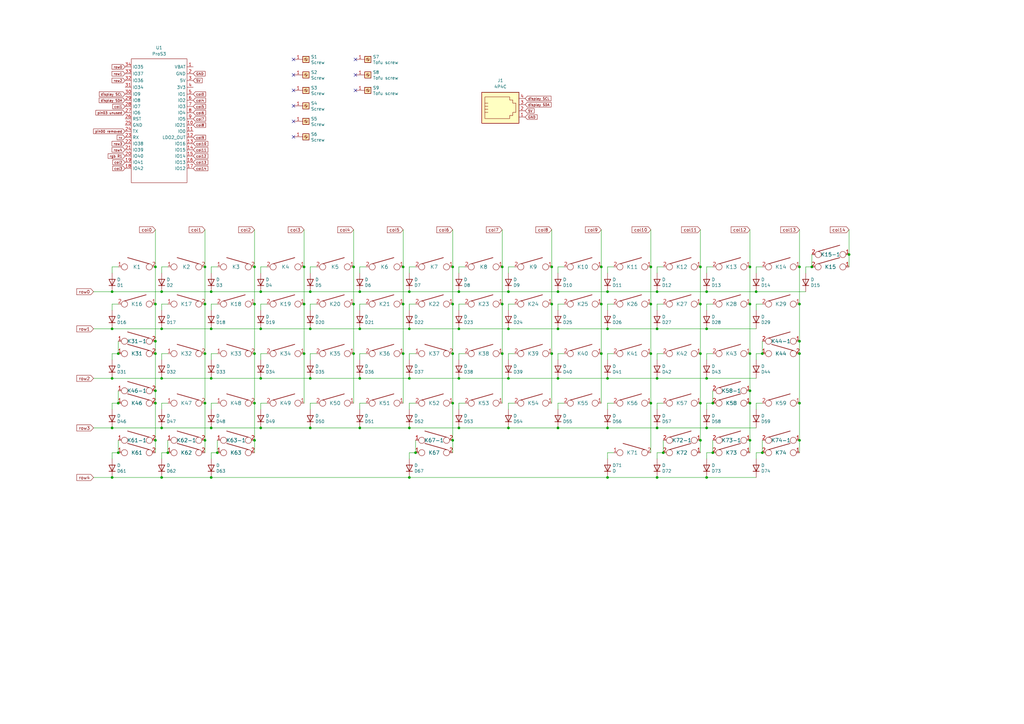
<source format=kicad_sch>
(kicad_sch (version 20211123) (generator eeschema)
  (paper "A3")
  (junction (at 86.614 134.874))
  (junction (at 185.674 124.714))
  (junction (at 287.274 109.474))
  (junction (at 226.314 145.034))
  (junction (at 266.954 165.354))
  (junction (at 292.354 165.354))
  (junction (at 327.914 139.954))
  (junction (at 312.674 185.674))
  (junction (at 167.894 175.514))
  (junction (at 84.074 165.354))
  (junction (at 165.354 124.714))
  (junction (at 249.174 119.634))
  (junction (at 86.614 155.194))
  (junction (at 269.494 134.874))
  (junction (at 327.914 109.474))
  (junction (at 287.274 180.594))
  (junction (at 45.974 195.834))
  (junction (at 127.254 155.194))
  (junction (at 307.594 160.274))
  (junction (at 266.954 109.474))
  (junction (at 185.674 145.034))
  (junction (at 332.994 109.474))
  (junction (at 86.614 119.634))
  (junction (at 312.674 145.034))
  (junction (at 269.494 155.194))
  (junction (at 167.894 119.634))
  (junction (at 124.714 124.714))
  (junction (at 269.494 175.514))
  (junction (at 327.914 145.034))
  (junction (at 106.934 119.634))
  (junction (at 185.674 109.474))
  (junction (at 104.394 165.354))
  (junction (at 66.294 155.194))
  (junction (at 165.354 109.474))
  (junction (at 124.714 145.034))
  (junction (at 63.754 124.714))
  (junction (at 246.634 124.714))
  (junction (at 327.914 124.714))
  (junction (at 188.214 155.194))
  (junction (at 289.814 119.634))
  (junction (at 228.854 155.194))
  (junction (at 266.954 124.714))
  (junction (at 104.394 145.034))
  (junction (at 249.174 195.834))
  (junction (at 63.754 139.954))
  (junction (at 147.574 134.874))
  (junction (at 48.514 165.354))
  (junction (at 127.254 175.514))
  (junction (at 289.814 155.194))
  (junction (at 266.954 145.034))
  (junction (at 48.514 185.674))
  (junction (at 66.294 134.874))
  (junction (at 205.994 145.034))
  (junction (at 68.834 185.674))
  (junction (at 208.534 134.874))
  (junction (at 188.214 119.634))
  (junction (at 205.994 109.474))
  (junction (at 246.634 109.474))
  (junction (at 63.754 160.274))
  (junction (at 167.894 134.874))
  (junction (at 45.974 134.874))
  (junction (at 66.294 175.514))
  (junction (at 185.674 180.594))
  (junction (at 63.754 145.034))
  (junction (at 63.754 109.474))
  (junction (at 127.254 119.634))
  (junction (at 167.894 155.194))
  (junction (at 208.534 119.634))
  (junction (at 48.514 145.034))
  (junction (at 228.854 119.634))
  (junction (at 104.394 109.474))
  (junction (at 63.754 165.354))
  (junction (at 246.634 145.034))
  (junction (at 188.214 134.874))
  (junction (at 287.274 165.354))
  (junction (at 289.814 175.514))
  (junction (at 226.314 124.714))
  (junction (at 106.934 155.194))
  (junction (at 205.994 124.714))
  (junction (at 289.814 195.834))
  (junction (at 307.594 109.474))
  (junction (at 208.534 175.514))
  (junction (at 185.674 165.354))
  (junction (at 307.594 165.354))
  (junction (at 327.914 180.594))
  (junction (at 307.594 180.594))
  (junction (at 84.074 145.034))
  (junction (at 45.974 175.514))
  (junction (at 228.854 175.514))
  (junction (at 226.314 109.474))
  (junction (at 45.974 155.194))
  (junction (at 145.034 145.034))
  (junction (at 249.174 155.194))
  (junction (at 170.434 185.674))
  (junction (at 292.354 185.674))
  (junction (at 289.814 134.874))
  (junction (at 84.074 124.714))
  (junction (at 188.214 175.514))
  (junction (at 147.574 175.514))
  (junction (at 124.714 109.474))
  (junction (at 307.594 145.034))
  (junction (at 147.574 155.194))
  (junction (at 287.274 124.714))
  (junction (at 269.494 195.834))
  (junction (at 249.174 134.874))
  (junction (at 310.134 119.634))
  (junction (at 307.594 124.714))
  (junction (at 208.534 155.194))
  (junction (at 89.154 185.674))
  (junction (at 127.254 134.874))
  (junction (at 272.034 185.674))
  (junction (at 104.394 124.714))
  (junction (at 104.394 180.594))
  (junction (at 145.034 109.474))
  (junction (at 86.614 195.834))
  (junction (at 348.234 104.394))
  (junction (at 327.914 165.354))
  (junction (at 84.074 109.474))
  (junction (at 63.754 180.594))
  (junction (at 165.354 145.034))
  (junction (at 287.274 145.034))
  (junction (at 106.934 134.874))
  (junction (at 167.894 195.834))
  (junction (at 145.034 124.714))
  (junction (at 45.974 119.634))
  (junction (at 106.934 175.514))
  (junction (at 86.614 175.514))
  (junction (at 66.294 119.634))
  (junction (at 249.174 175.514))
  (junction (at 228.854 134.874))
  (junction (at 66.294 195.834))
  (junction (at 147.574 119.634))
  (junction (at 84.074 180.594))
  (junction (at 269.494 119.634))
  (no_connect (at 120.396 43.434))
  (no_connect (at 145.796 37.084))
  (no_connect (at 145.796 24.384))
  (no_connect (at 145.796 30.734))
  (no_connect (at 120.396 30.734))
  (no_connect (at 120.396 37.084))
  (no_connect (at 120.396 24.384))
  (no_connect (at 120.396 56.134))
  (no_connect (at 120.396 49.784))
  (wire (pts (xy 167.894 112.014) (xy 167.894 109.474)))
  (wire (pts (xy 45.974 112.014) (xy 45.974 109.474)))
  (wire (pts (xy 66.294 147.574) (xy 66.294 145.034)))
  (wire (pts (xy 310.134 109.474) (xy 312.674 109.474)))
  (wire (pts (xy 228.854 124.714) (xy 231.394 124.714)))
  (wire (pts (xy 165.354 124.714) (xy 165.354 145.034)))
  (wire (pts (xy 269.494 165.354) (xy 272.034 165.354)))
  (wire (pts (xy 167.894 195.834) (xy 86.614 195.834)))
  (wire (pts (xy 45.974 175.514) (xy 66.294 175.514)))
  (wire (pts (xy 208.534 112.014) (xy 208.534 109.474)))
  (wire (pts (xy 289.814 167.894) (xy 289.814 165.354)))
  (wire (pts (xy 63.754 109.474) (xy 63.754 124.714)))
  (wire (pts (xy 310.134 112.014) (xy 310.134 109.474)))
  (wire (pts (xy 106.934 127.254) (xy 106.934 124.714)))
  (wire (pts (xy 45.974 165.354) (xy 48.514 165.354)))
  (wire (pts (xy 249.174 185.674) (xy 251.714 185.674)))
  (wire (pts (xy 310.134 147.574) (xy 310.134 145.034)))
  (wire (pts (xy 38.354 175.514) (xy 45.974 175.514)))
  (wire (pts (xy 269.494 167.894) (xy 269.494 165.354)))
  (wire (pts (xy 167.894 124.714) (xy 170.434 124.714)))
  (wire (pts (xy 269.494 119.634) (xy 289.814 119.634)))
  (wire (pts (xy 106.934 155.194) (xy 86.614 155.194)))
  (wire (pts (xy 228.854 109.474) (xy 231.394 109.474)))
  (wire (pts (xy 167.894 127.254) (xy 167.894 124.714)))
  (wire (pts (xy 45.974 134.874) (xy 66.294 134.874)))
  (wire (pts (xy 185.674 145.034) (xy 185.674 124.714)))
  (wire (pts (xy 249.174 109.474) (xy 251.714 109.474)))
  (wire (pts (xy 63.754 139.954) (xy 63.754 145.034)))
  (wire (pts (xy 289.814 195.834) (xy 269.494 195.834)))
  (wire (pts (xy 45.974 185.674) (xy 48.514 185.674)))
  (wire (pts (xy 127.254 155.194) (xy 106.934 155.194)))
  (wire (pts (xy 104.394 145.034) (xy 104.394 165.354)))
  (wire (pts (xy 165.354 94.234) (xy 165.354 109.474)))
  (wire (pts (xy 147.574 155.194) (xy 127.254 155.194)))
  (wire (pts (xy 249.174 127.254) (xy 249.174 124.714)))
  (wire (pts (xy 289.814 124.714) (xy 292.354 124.714)))
  (wire (pts (xy 63.754 165.354) (xy 63.754 180.594)))
  (wire (pts (xy 272.034 185.674) (xy 272.034 180.594)))
  (wire (pts (xy 45.974 145.034) (xy 48.514 145.034)))
  (wire (pts (xy 63.754 180.594) (xy 63.754 185.674)))
  (wire (pts (xy 269.494 175.514) (xy 289.814 175.514)))
  (wire (pts (xy 106.934 124.714) (xy 109.474 124.714)))
  (wire (pts (xy 289.814 188.214) (xy 289.814 185.674)))
  (wire (pts (xy 167.894 155.194) (xy 147.574 155.194)))
  (wire (pts (xy 89.154 185.674) (xy 89.154 180.594)))
  (wire (pts (xy 226.314 165.354) (xy 226.314 145.034)))
  (wire (pts (xy 66.294 119.634) (xy 86.614 119.634)))
  (wire (pts (xy 246.634 94.234) (xy 246.634 109.474)))
  (wire (pts (xy 249.174 112.014) (xy 249.174 109.474)))
  (wire (pts (xy 86.614 145.034) (xy 89.154 145.034)))
  (wire (pts (xy 310.134 145.034) (xy 312.674 145.034)))
  (wire (pts (xy 266.954 165.354) (xy 266.954 145.034)))
  (wire (pts (xy 188.214 109.474) (xy 190.754 109.474)))
  (wire (pts (xy 327.914 165.354) (xy 327.914 180.594)))
  (wire (pts (xy 188.214 175.514) (xy 208.534 175.514)))
  (wire (pts (xy 63.754 145.034) (xy 63.754 160.274)))
  (wire (pts (xy 106.934 134.874) (xy 127.254 134.874)))
  (wire (pts (xy 249.174 145.034) (xy 251.714 145.034)))
  (wire (pts (xy 269.494 195.834) (xy 249.174 195.834)))
  (wire (pts (xy 66.294 109.474) (xy 68.834 109.474)))
  (wire (pts (xy 127.254 119.634) (xy 147.574 119.634)))
  (wire (pts (xy 330.454 112.014) (xy 330.454 109.474)))
  (wire (pts (xy 188.214 165.354) (xy 190.754 165.354)))
  (wire (pts (xy 249.174 124.714) (xy 251.714 124.714)))
  (wire (pts (xy 45.974 127.254) (xy 45.974 124.714)))
  (wire (pts (xy 205.994 124.714) (xy 205.994 145.034)))
  (wire (pts (xy 310.134 188.214) (xy 310.134 185.674)))
  (wire (pts (xy 289.814 134.874) (xy 310.134 134.874)))
  (wire (pts (xy 45.974 195.834) (xy 38.354 195.834)))
  (wire (pts (xy 84.074 165.354) (xy 84.074 145.034)))
  (wire (pts (xy 249.174 188.214) (xy 249.174 185.674)))
  (wire (pts (xy 307.594 165.354) (xy 307.594 160.274)))
  (wire (pts (xy 185.674 109.474) (xy 185.674 94.234)))
  (wire (pts (xy 127.254 124.714) (xy 129.794 124.714)))
  (wire (pts (xy 208.534 147.574) (xy 208.534 145.034)))
  (wire (pts (xy 45.974 147.574) (xy 45.974 145.034)))
  (wire (pts (xy 289.814 127.254) (xy 289.814 124.714)))
  (wire (pts (xy 269.494 127.254) (xy 269.494 124.714)))
  (wire (pts (xy 289.814 109.474) (xy 292.354 109.474)))
  (wire (pts (xy 45.974 119.634) (xy 66.294 119.634)))
  (wire (pts (xy 246.634 145.034) (xy 246.634 165.354)))
  (wire (pts (xy 66.294 155.194) (xy 45.974 155.194)))
  (wire (pts (xy 84.074 109.474) (xy 84.074 94.234)))
  (wire (pts (xy 147.574 134.874) (xy 167.894 134.874)))
  (wire (pts (xy 310.134 195.834) (xy 289.814 195.834)))
  (wire (pts (xy 208.534 145.034) (xy 211.074 145.034)))
  (wire (pts (xy 287.274 124.714) (xy 287.274 145.034)))
  (wire (pts (xy 68.834 185.674) (xy 68.834 180.594)))
  (wire (pts (xy 287.274 180.594) (xy 287.274 185.674)))
  (wire (pts (xy 228.854 127.254) (xy 228.854 124.714)))
  (wire (pts (xy 228.854 112.014) (xy 228.854 109.474)))
  (wire (pts (xy 127.254 145.034) (xy 129.794 145.034)))
  (wire (pts (xy 48.514 180.594) (xy 48.514 185.674)))
  (wire (pts (xy 249.174 155.194) (xy 228.854 155.194)))
  (wire (pts (xy 147.574 175.514) (xy 167.894 175.514)))
  (wire (pts (xy 205.994 109.474) (xy 205.994 124.714)))
  (wire (pts (xy 170.434 180.594) (xy 170.434 185.674)))
  (wire (pts (xy 208.534 155.194) (xy 188.214 155.194)))
  (wire (pts (xy 228.854 155.194) (xy 208.534 155.194)))
  (wire (pts (xy 249.174 147.574) (xy 249.174 145.034)))
  (wire (pts (xy 127.254 112.014) (xy 127.254 109.474)))
  (wire (pts (xy 307.594 109.474) (xy 307.594 94.234)))
  (wire (pts (xy 86.614 167.894) (xy 86.614 165.354)))
  (wire (pts (xy 45.974 109.474) (xy 48.514 109.474)))
  (wire (pts (xy 86.614 112.014) (xy 86.614 109.474)))
  (wire (pts (xy 167.894 134.874) (xy 188.214 134.874)))
  (wire (pts (xy 63.754 124.714) (xy 63.754 139.954)))
  (wire (pts (xy 332.994 104.394) (xy 332.994 109.474)))
  (wire (pts (xy 127.254 109.474) (xy 129.794 109.474)))
  (wire (pts (xy 289.814 112.014) (xy 289.814 109.474)))
  (wire (pts (xy 38.354 119.634) (xy 45.974 119.634)))
  (wire (pts (xy 185.674 165.354) (xy 185.674 145.034)))
  (wire (pts (xy 249.174 134.874) (xy 269.494 134.874)))
  (wire (pts (xy 147.574 165.354) (xy 150.114 165.354)))
  (wire (pts (xy 188.214 134.874) (xy 208.534 134.874)))
  (wire (pts (xy 145.034 145.034) (xy 145.034 124.714)))
  (wire (pts (xy 310.134 185.674) (xy 312.674 185.674)))
  (wire (pts (xy 208.534 109.474) (xy 211.074 109.474)))
  (wire (pts (xy 66.294 165.354) (xy 68.834 165.354)))
  (wire (pts (xy 269.494 134.874) (xy 289.814 134.874)))
  (wire (pts (xy 106.934 119.634) (xy 127.254 119.634)))
  (wire (pts (xy 167.894 165.354) (xy 170.434 165.354)))
  (wire (pts (xy 106.934 147.574) (xy 106.934 145.034)))
  (wire (pts (xy 147.574 167.894) (xy 147.574 165.354)))
  (wire (pts (xy 84.074 185.674) (xy 84.074 180.594)))
  (wire (pts (xy 208.534 124.714) (xy 211.074 124.714)))
  (wire (pts (xy 185.674 185.674) (xy 185.674 180.594)))
  (wire (pts (xy 104.394 180.594) (xy 104.394 185.674)))
  (wire (pts (xy 228.854 167.894) (xy 228.854 165.354)))
  (wire (pts (xy 269.494 185.674) (xy 272.034 185.674)))
  (wire (pts (xy 307.594 160.274) (xy 307.594 145.034)))
  (wire (pts (xy 289.814 147.574) (xy 289.814 145.034)))
  (wire (pts (xy 66.294 195.834) (xy 45.974 195.834)))
  (wire (pts (xy 106.934 112.014) (xy 106.934 109.474)))
  (wire (pts (xy 266.954 124.714) (xy 266.954 109.474)))
  (wire (pts (xy 208.534 127.254) (xy 208.534 124.714)))
  (wire (pts (xy 185.674 124.714) (xy 185.674 109.474)))
  (wire (pts (xy 307.594 180.594) (xy 307.594 165.354)))
  (wire (pts (xy 104.394 109.474) (xy 104.394 124.714)))
  (wire (pts (xy 167.894 188.214) (xy 167.894 185.674)))
  (wire (pts (xy 124.714 94.234) (xy 124.714 109.474)))
  (wire (pts (xy 84.074 180.594) (xy 84.074 165.354)))
  (wire (pts (xy 310.134 124.714) (xy 312.674 124.714)))
  (wire (pts (xy 104.394 124.714) (xy 104.394 145.034)))
  (wire (pts (xy 289.814 185.674) (xy 292.354 185.674)))
  (wire (pts (xy 327.914 180.594) (xy 327.914 185.674)))
  (wire (pts (xy 86.614 175.514) (xy 106.934 175.514)))
  (wire (pts (xy 86.614 185.674) (xy 89.154 185.674)))
  (wire (pts (xy 312.674 139.954) (xy 312.674 145.034)))
  (wire (pts (xy 249.174 175.514) (xy 269.494 175.514)))
  (wire (pts (xy 208.534 175.514) (xy 228.854 175.514)))
  (wire (pts (xy 249.174 119.634) (xy 269.494 119.634)))
  (wire (pts (xy 327.914 124.714) (xy 327.914 139.954)))
  (wire (pts (xy 167.894 145.034) (xy 170.434 145.034)))
  (wire (pts (xy 127.254 134.874) (xy 147.574 134.874)))
  (wire (pts (xy 348.234 104.394) (xy 348.234 94.234)))
  (wire (pts (xy 310.134 167.894) (xy 310.134 165.354)))
  (wire (pts (xy 208.534 119.634) (xy 228.854 119.634)))
  (wire (pts (xy 269.494 124.714) (xy 272.034 124.714)))
  (wire (pts (xy 66.294 175.514) (xy 86.614 175.514)))
  (wire (pts (xy 188.214 145.034) (xy 190.754 145.034)))
  (wire (pts (xy 165.354 145.034) (xy 165.354 165.354)))
  (wire (pts (xy 167.894 119.634) (xy 188.214 119.634)))
  (wire (pts (xy 289.814 165.354) (xy 292.354 165.354)))
  (wire (pts (xy 127.254 165.354) (xy 129.794 165.354)))
  (wire (pts (xy 127.254 175.514) (xy 147.574 175.514)))
  (wire (pts (xy 66.294 124.714) (xy 68.834 124.714)))
  (wire (pts (xy 86.614 165.354) (xy 89.154 165.354)))
  (wire (pts (xy 205.994 94.234) (xy 205.994 109.474)))
  (wire (pts (xy 269.494 109.474) (xy 272.034 109.474)))
  (wire (pts (xy 127.254 127.254) (xy 127.254 124.714)))
  (wire (pts (xy 86.614 124.714) (xy 89.154 124.714)))
  (wire (pts (xy 86.614 155.194) (xy 66.294 155.194)))
  (wire (pts (xy 147.574 119.634) (xy 167.894 119.634)))
  (wire (pts (xy 205.994 145.034) (xy 205.994 165.354)))
  (wire (pts (xy 246.634 124.714) (xy 246.634 145.034)))
  (wire (pts (xy 86.614 127.254) (xy 86.614 124.714)))
  (wire (pts (xy 228.854 119.634) (xy 249.174 119.634)))
  (wire (pts (xy 310.134 119.634) (xy 330.454 119.634)))
  (wire (pts (xy 167.894 147.574) (xy 167.894 145.034)))
  (wire (pts (xy 127.254 147.574) (xy 127.254 145.034)))
  (wire (pts (xy 147.574 109.474) (xy 150.114 109.474)))
  (wire (pts (xy 249.174 165.354) (xy 251.714 165.354)))
  (wire (pts (xy 145.034 109.474) (xy 145.034 94.234)))
  (wire (pts (xy 228.854 134.874) (xy 249.174 134.874)))
  (wire (pts (xy 228.854 147.574) (xy 228.854 145.034)))
  (wire (pts (xy 124.714 145.034) (xy 124.714 165.354)))
  (wire (pts (xy 167.894 185.674) (xy 170.434 185.674)))
  (wire (pts (xy 188.214 112.014) (xy 188.214 109.474)))
  (wire (pts (xy 104.394 94.234) (xy 104.394 109.474)))
  (wire (pts (xy 292.354 185.674) (xy 292.354 180.594)))
  (wire (pts (xy 167.894 195.834) (xy 249.174 195.834)))
  (wire (pts (xy 246.634 109.474) (xy 246.634 124.714)))
  (wire (pts (xy 66.294 134.874) (xy 86.614 134.874)))
  (wire (pts (xy 45.974 167.894) (xy 45.974 165.354)))
  (wire (pts (xy 287.274 165.354) (xy 287.274 180.594)))
  (wire (pts (xy 289.814 145.034) (xy 292.354 145.034)))
  (wire (pts (xy 188.214 127.254) (xy 188.214 124.714)))
  (wire (pts (xy 310.134 165.354) (xy 312.674 165.354)))
  (wire (pts (xy 327.914 139.954) (xy 327.914 145.034)))
  (wire (pts (xy 106.934 175.514) (xy 127.254 175.514)))
  (wire (pts (xy 226.314 124.714) (xy 226.314 109.474)))
  (wire (pts (xy 310.134 155.194) (xy 289.814 155.194)))
  (wire (pts (xy 289.814 119.634) (xy 310.134 119.634)))
  (wire (pts (xy 147.574 145.034) (xy 150.114 145.034)))
  (wire (pts (xy 86.614 147.574) (xy 86.614 145.034)))
  (wire (pts (xy 104.394 165.354) (xy 104.394 180.594)))
  (wire (pts (xy 124.714 109.474) (xy 124.714 124.714)))
  (wire (pts (xy 269.494 112.014) (xy 269.494 109.474)))
  (wire (pts (xy 38.354 134.874) (xy 45.974 134.874)))
  (wire (pts (xy 106.934 109.474) (xy 109.474 109.474)))
  (wire (pts (xy 287.274 94.234) (xy 287.274 109.474)))
  (wire (pts (xy 106.934 167.894) (xy 106.934 165.354)))
  (wire (pts (xy 124.714 124.714) (xy 124.714 145.034)))
  (wire (pts (xy 269.494 145.034) (xy 272.034 145.034)))
  (wire (pts (xy 307.594 124.714) (xy 307.594 109.474)))
  (wire (pts (xy 86.614 119.634) (xy 106.934 119.634)))
  (wire (pts (xy 228.854 165.354) (xy 231.394 165.354)))
  (wire (pts (xy 266.954 185.674) (xy 266.954 165.354)))
  (wire (pts (xy 66.294 112.014) (xy 66.294 109.474)))
  (wire (pts (xy 269.494 147.574) (xy 269.494 145.034)))
  (wire (pts (xy 348.234 109.474) (xy 348.234 104.394)))
  (wire (pts (xy 106.934 165.354) (xy 109.474 165.354)))
  (wire (pts (xy 127.254 167.894) (xy 127.254 165.354)))
  (wire (pts (xy 145.034 124.714) (xy 145.034 109.474)))
  (wire (pts (xy 269.494 155.194) (xy 249.174 155.194)))
  (wire (pts (xy 147.574 127.254) (xy 147.574 124.714)))
  (wire (pts (xy 45.974 188.214) (xy 45.974 185.674)))
  (wire (pts (xy 63.754 160.274) (xy 63.754 165.354)))
  (wire (pts (xy 167.894 167.894) (xy 167.894 165.354)))
  (wire (pts (xy 208.534 165.354) (xy 211.074 165.354)))
  (wire (pts (xy 226.314 145.034) (xy 226.314 124.714)))
  (wire (pts (xy 287.274 109.474) (xy 287.274 124.714)))
  (wire (pts (xy 327.914 109.474) (xy 327.914 124.714)))
  (wire (pts (xy 145.034 165.354) (xy 145.034 145.034)))
  (wire (pts (xy 266.954 145.034) (xy 266.954 124.714)))
  (wire (pts (xy 66.294 185.674) (xy 68.834 185.674)))
  (wire (pts (xy 188.214 124.714) (xy 190.754 124.714)))
  (wire (pts (xy 188.214 167.894) (xy 188.214 165.354)))
  (wire (pts (xy 106.934 145.034) (xy 109.474 145.034)))
  (wire (pts (xy 165.354 109.474) (xy 165.354 124.714)))
  (wire (pts (xy 147.574 124.714) (xy 150.114 124.714)))
  (wire (pts (xy 292.354 160.274) (xy 292.354 165.354)))
  (wire (pts (xy 330.454 109.474) (xy 332.994 109.474)))
  (wire (pts (xy 147.574 147.574) (xy 147.574 145.034)))
  (wire (pts (xy 147.574 112.014) (xy 147.574 109.474)))
  (wire (pts (xy 249.174 167.894) (xy 249.174 165.354)))
  (wire (pts (xy 269.494 188.214) (xy 269.494 185.674)))
  (wire (pts (xy 188.214 147.574) (xy 188.214 145.034)))
  (wire (pts (xy 48.514 160.274) (xy 48.514 165.354)))
  (wire (pts (xy 287.274 145.034) (xy 287.274 165.354)))
  (wire (pts (xy 208.534 167.894) (xy 208.534 165.354)))
  (wire (pts (xy 66.294 127.254) (xy 66.294 124.714)))
  (wire (pts (xy 327.914 94.234) (xy 327.914 109.474)))
  (wire (pts (xy 86.614 134.874) (xy 106.934 134.874)))
  (wire (pts (xy 84.074 124.714) (xy 84.074 109.474)))
  (wire (pts (xy 185.674 180.594) (xy 185.674 165.354)))
  (wire (pts (xy 312.674 185.674) (xy 312.674 180.594)))
  (wire (pts (xy 86.614 195.834) (xy 66.294 195.834)))
  (wire (pts (xy 289.814 175.514) (xy 310.134 175.514)))
  (wire (pts (xy 45.974 155.194) (xy 38.354 155.194)))
  (wire (pts (xy 188.214 155.194) (xy 167.894 155.194)))
  (wire (pts (xy 327.914 145.034) (xy 327.914 165.354)))
  (wire (pts (xy 45.974 124.714) (xy 48.514 124.714)))
  (wire (pts (xy 266.954 109.474) (xy 266.954 94.234)))
  (wire (pts (xy 226.314 109.474) (xy 226.314 94.234)))
  (wire (pts (xy 307.594 145.034) (xy 307.594 124.714)))
  (wire (pts (xy 63.754 94.234) (xy 63.754 109.474)))
  (wire (pts (xy 48.514 139.954) (xy 48.514 145.034)))
  (wire (pts (xy 66.294 145.034) (xy 68.834 145.034)))
  (wire (pts (xy 84.074 145.034) (xy 84.074 124.714)))
  (wire (pts (xy 167.894 175.514) (xy 188.214 175.514)))
  (wire (pts (xy 86.614 109.474) (xy 89.154 109.474)))
  (wire (pts (xy 310.134 127.254) (xy 310.134 124.714)))
  (wire (pts (xy 86.614 188.214) (xy 86.614 185.674)))
  (wire (pts (xy 228.854 145.034) (xy 231.394 145.034)))
  (wire (pts (xy 307.594 185.674) (xy 307.594 180.594)))
  (wire (pts (xy 228.854 175.514) (xy 249.174 175.514)))
  (wire (pts (xy 66.294 188.214) (xy 66.294 185.674)))
  (wire (pts (xy 289.814 155.194) (xy 269.494 155.194)))
  (wire (pts (xy 208.534 134.874) (xy 228.854 134.874)))
  (wire (pts (xy 188.214 119.634) (xy 208.534 119.634)))
  (wire (pts (xy 167.894 109.474) (xy 170.434 109.474)))
  (wire (pts (xy 66.294 167.894) (xy 66.294 165.354)))
  (global_label "col9" (shape input) (at 246.634 94.234 180) (property "Intersheet References" "${INTERSHEET_REFS}" (effects hide)))
  (global_label "row3" (shape input) (at 38.354 175.514 180) (property "Intersheet References" "${INTERSHEET_REFS}" (effects hide)))
  (global_label "row4" (shape input) (at 51.308 61.468 180) (effects (font (size 0.9906 0.9906))) (property "Intersheet References" "${INTERSHEET_REFS}" (effects hide)))
  (global_label "col12" (shape input) (at 307.594 94.234 180) (property "Intersheet References" "${INTERSHEET_REFS}" (effects hide)))
  (global_label "row3" (shape input) (at 51.308 58.928 180) (effects (font (size 0.9906 0.9906))) (property "Intersheet References" "${INTERSHEET_REFS}" (effects hide)))
  (global_label "col0" (shape input) (at 79.248 38.608 0) (effects (font (size 0.9906 0.9906))) (property "Intersheet References" "${INTERSHEET_REFS}" (effects hide)))
  (global_label "display SDA" (shape input) (at 215.392 42.926 0) (effects (font (size 0.9906 0.9906))) (property "Intersheet References" "${INTERSHEET_REFS}" (effects hide)))
  (global_label "col11" (shape input) (at 287.274 94.234 180) (property "Intersheet References" "${INTERSHEET_REFS}" (effects hide)))
  (global_label "col14" (shape input) (at 348.234 94.234 180) (property "Intersheet References" "${INTERSHEET_REFS}" (effects hide)))
  (global_label "row1" (shape input) (at 51.308 30.226 180) (effects (font (size 0.9906 0.9906))) (property "Intersheet References" "${INTERSHEET_REFS}" (effects hide)))
  (global_label "col7" (shape input) (at 79.248 48.768 0) (effects (font (size 0.9906 0.9906))) (property "Intersheet References" "${INTERSHEET_REFS}" (effects hide)))
  (global_label "row2" (shape input) (at 38.354 155.194 180) (property "Intersheet References" "${INTERSHEET_REFS}" (effects hide)))
  (global_label "GND" (shape input) (at 79.248 30.226 0) (effects (font (size 0.9906 0.9906))) (property "Intersheet References" "${INTERSHEET_REFS}" (effects hide)))
  (global_label "col8" (shape input) (at 79.248 51.308 0) (effects (font (size 0.9906 0.9906))) (property "Intersheet References" "${INTERSHEET_REFS}" (effects hide)))
  (global_label "col9" (shape input) (at 79.248 56.388 0) (effects (font (size 0.9906 0.9906))) (property "Intersheet References" "${INTERSHEET_REFS}" (effects hide)))
  (global_label "col6" (shape input) (at 79.248 46.228 0) (effects (font (size 0.9906 0.9906))) (property "Intersheet References" "${INTERSHEET_REFS}" (effects hide)))
  (global_label "GND" (shape input) (at 215.392 48.006 0) (effects (font (size 0.9906 0.9906))) (property "Intersheet References" "${INTERSHEET_REFS}" (effects hide)))
  (global_label "col6" (shape input) (at 185.674 94.234 180) (property "Intersheet References" "${INTERSHEET_REFS}" (effects hide)))
  (global_label "col10" (shape input) (at 79.248 58.928 0) (effects (font (size 0.9906 0.9906))) (property "Intersheet References" "${INTERSHEET_REFS}" (effects hide)))
  (global_label "col5" (shape input) (at 165.354 94.234 180) (property "Intersheet References" "${INTERSHEET_REFS}" (effects hide)))
  (global_label "row0" (shape input) (at 51.308 27.432 180) (effects (font (size 0.9906 0.9906))) (property "Intersheet References" "${INTERSHEET_REFS}" (effects hide)))
  (global_label "col3" (shape input) (at 51.308 69.088 180) (effects (font (size 0.9906 0.9906))) (property "Intersheet References" "${INTERSHEET_REFS}" (effects hide)))
  (global_label "display SCL" (shape input) (at 215.392 40.386 0) (effects (font (size 0.9906 0.9906))) (property "Intersheet References" "${INTERSHEET_REFS}" (effects hide)))
  (global_label "row1" (shape input) (at 38.354 134.874 180) (property "Intersheet References" "${INTERSHEET_REFS}" (effects hide)))
  (global_label "col7" (shape input) (at 205.994 94.234 180) (property "Intersheet References" "${INTERSHEET_REFS}" (effects hide)))
  (global_label "pin03 unused" (shape input) (at 51.308 46.228 180) (effects (font (size 0.9906 0.9906))) (property "Intersheet References" "${INTERSHEET_REFS}" (effects hide)))
  (global_label "col13" (shape input) (at 79.248 66.548 0) (effects (font (size 0.9906 0.9906))) (property "Intersheet References" "${INTERSHEET_REFS}" (effects hide)))
  (global_label "5V" (shape input) (at 215.392 45.466 0) (effects (font (size 0.9906 0.9906))) (property "Intersheet References" "${INTERSHEET_REFS}" (effects hide)))
  (global_label "col10" (shape input) (at 266.954 94.234 180) (property "Intersheet References" "${INTERSHEET_REFS}" (effects hide)))
  (global_label "display SCL" (shape input) (at 51.308 38.608 180) (effects (font (size 0.9906 0.9906))) (property "Intersheet References" "${INTERSHEET_REFS}" (effects hide)))
  (global_label "rx" (shape input) (at 51.308 56.388 180) (effects (font (size 0.9906 0.9906))) (property "Intersheet References" "${INTERSHEET_REFS}" (effects hide)))
  (global_label "col12" (shape input) (at 79.248 64.008 0) (effects (font (size 0.9906 0.9906))) (property "Intersheet References" "${INTERSHEET_REFS}" (effects hide)))
  (global_label "col2" (shape input) (at 51.308 66.548 180) (effects (font (size 0.9906 0.9906))) (property "Intersheet References" "${INTERSHEET_REFS}" (effects hide)))
  (global_label "col0" (shape input) (at 63.754 94.234 180) (property "Intersheet References" "${INTERSHEET_REFS}" (effects hide)))
  (global_label "rgb R1" (shape input) (at 51.308 64.008 180) (effects (font (size 0.9906 0.9906))) (property "Intersheet References" "${INTERSHEET_REFS}" (effects hide)))
  (global_label "col5" (shape input) (at 79.248 43.688 0) (effects (font (size 0.9906 0.9906))) (property "Intersheet References" "${INTERSHEET_REFS}" (effects hide)))
  (global_label "col14" (shape input) (at 79.248 69.088 0) (effects (font (size 0.9906 0.9906))) (property "Intersheet References" "${INTERSHEET_REFS}" (effects hide)))
  (global_label "col13" (shape input) (at 327.914 94.234 180) (property "Intersheet References" "${INTERSHEET_REFS}" (effects hide)))
  (global_label "5V" (shape input) (at 79.248 33.02 0) (effects (font (size 0.9906 0.9906))) (property "Intersheet References" "${INTERSHEET_REFS}" (effects hide)))
  (global_label "pin00 removed" (shape input) (at 51.308 53.848 180) (effects (font (size 0.9906 0.9906))) (property "Intersheet References" "${INTERSHEET_REFS}" (effects hide)))
  (global_label "display SDA" (shape input) (at 51.308 41.148 180) (effects (font (size 0.9906 0.9906))) (property "Intersheet References" "${INTERSHEET_REFS}" (effects hide)))
  (global_label "col1" (shape input) (at 84.074 94.234 180) (property "Intersheet References" "${INTERSHEET_REFS}" (effects hide)))
  (global_label "col1" (shape input) (at 51.308 43.688 180) (effects (font (size 0.9906 0.9906))) (property "Intersheet References" "${INTERSHEET_REFS}" (effects hide)))
  (global_label "row2" (shape input) (at 51.308 33.02 180) (effects (font (size 0.9906 0.9906))) (property "Intersheet References" "${INTERSHEET_REFS}" (effects hide)))
  (global_label "row4" (shape input) (at 38.354 195.834 180) (property "Intersheet References" "${INTERSHEET_REFS}" (effects hide)))
  (global_label "col4" (shape input) (at 79.248 41.148 0) (effects (font (size 0.9906 0.9906))) (property "Intersheet References" "${INTERSHEET_REFS}" (effects hide)))
  (global_label "col11" (shape input) (at 79.248 61.468 0) (effects (font (size 0.9906 0.9906))) (property "Intersheet References" "${INTERSHEET_REFS}" (effects hide)))
  (global_label "row0" (shape input) (at 38.354 119.634 180) (property "Intersheet References" "${INTERSHEET_REFS}" (effects hide)))
  (global_label "col4" (shape input) (at 145.034 94.234 180) (property "Intersheet References" "${INTERSHEET_REFS}" (effects hide)))
  (global_label "col3" (shape input) (at 124.714 94.234 180) (property "Intersheet References" "${INTERSHEET_REFS}" (effects hide)))
  (global_label "col8" (shape input) (at 226.314 94.234 180) (property "Intersheet References" "${INTERSHEET_REFS}" (effects hide)))
  (global_label "col2" (shape input) (at 104.394 94.234 180) (property "Intersheet References" "${INTERSHEET_REFS}" (effects hide)))
  (symbol (lib_id "Connector:Screw_Terminal_01x01") (at 125.476 24.384 0) (unit 1)
    (property "Reference" "S1" (at 127.508 23.3172 0) (effects (justify left)))
    (property "Value" "Screw" (at 127.508 25.6286 0) (effects (justify left)))
    (property "Footprint" "footprints:5.5_5x2.5mm" (effects hide))
  )
  (symbol (lib_id "Connector:Screw_Terminal_01x01") (at 125.476 30.734 0) (unit 1)
    (property "Reference" "S2" (at 127.508 29.6672 0) (effects (justify left)))
    (property "Value" "Screw" (at 127.508 31.9786 0) (effects (justify left)))
    (property "Footprint" "footprints:5.5_5x2.5mm" (effects hide))
  )
  (symbol (lib_id "Connector:Screw_Terminal_01x01") (at 125.476 37.084 0) (unit 1)
    (property "Reference" "S3" (at 127.508 36.0172 0) (effects (justify left)))
    (property "Value" "Screw" (at 127.508 38.3286 0) (effects (justify left)))
    (property "Footprint" "footprints:5.5_5x2.5mm" (effects hide))
  )
  (symbol (lib_id "Connector:Screw_Terminal_01x01") (at 125.476 43.434 0) (unit 1)
    (property "Reference" "S4" (at 127.508 42.3672 0) (effects (justify left)))
    (property "Value" "Screw" (at 127.508 44.6786 0) (effects (justify left)))
    (property "Footprint" "footprints:10x5_7x2.5mm" (effects hide))
  )
  (symbol (lib_id "Connector:Screw_Terminal_01x01") (at 125.476 49.784 0) (unit 1)
    (property "Reference" "S5" (at 127.508 48.7172 0) (effects (justify left)))
    (property "Value" "Screw" (at 127.508 51.0286 0) (effects (justify left)))
    (property "Footprint" "footprints:10x5_7x2.5mm" (effects hide))
  )
  (symbol (lib_id "Connector:Screw_Terminal_01x01") (at 125.476 56.134 0) (unit 1)
    (property "Reference" "S6" (at 127.508 55.0672 0) (effects (justify left)))
    (property "Value" "Screw" (at 127.508 57.3786 0) (effects (justify left)))
    (property "Footprint" "footprints:5.5_5x2.5mm" (effects hide))
  )
  (symbol (lib_id "keyboard_parts:KEYSW") (at 56.134 109.474 0) (mirror y) (unit 1)
    (property "Reference" "K1" (at 56.134 109.474 0) (effects (font (size 1.524 1.524))))
    (property "Value" "KEYSW" (effects hide))
    (property "Footprint" "Keeb_switches:CHERRY_PLATE_100H" (effects hide))
  )
  (symbol (lib_id "Device:D") (at 45.974 115.824 270) (mirror x) (unit 1)
    (property "Reference" "D1" (at 47.9806 116.9924 90) (effects (justify left)))
    (property "Value" "D" (at 47.9806 114.681 90) (effects (justify left)))
    (property "Footprint" "Keeb_components:D_0805" (effects hide))
  )
  (symbol (lib_id "keyboard_parts:KEYSW") (at 76.454 109.474 0) (mirror y) (unit 1)
    (property "Reference" "K2" (at 76.454 109.474 0) (effects (font (size 1.524 1.524))))
    (property "Value" "KEYSW" (effects hide))
    (property "Footprint" "Keeb_switches:CHERRY_PLATE_100H" (effects hide))
  )
  (symbol (lib_id "Device:D") (at 66.294 115.824 270) (mirror x) (unit 1)
    (property "Reference" "D2" (at 68.3006 116.9924 90) (effects (justify left)))
    (property "Value" "D" (at 68.3006 114.681 90) (effects (justify left)))
    (property "Footprint" "Keeb_components:D_0805" (effects hide))
  )
  (symbol (lib_id "keyboard_parts:KEYSW") (at 96.774 109.474 0) (mirror y) (unit 1)
    (property "Reference" "K3" (at 96.774 109.474 0) (effects (font (size 1.524 1.524))))
    (property "Value" "KEYSW" (effects hide))
    (property "Footprint" "Keeb_switches:CHERRY_PLATE_100H" (effects hide))
  )
  (symbol (lib_id "Device:D") (at 86.614 115.824 270) (mirror x) (unit 1)
    (property "Reference" "D3" (at 88.6206 116.9924 90) (effects (justify left)))
    (property "Value" "D" (at 88.6206 114.681 90) (effects (justify left)))
    (property "Footprint" "Keeb_components:D_0805" (effects hide))
  )
  (symbol (lib_id "keyboard_parts:KEYSW") (at 117.094 109.474 0) (unit 1)
    (property "Reference" "K4" (at 117.094 109.474 0) (effects (font (size 1.524 1.524))))
    (property "Value" "KEYSW" (effects hide))
    (property "Footprint" "Keeb_switches:CHERRY_PLATE_100H" (effects hide))
  )
  (symbol (lib_id "Device:D") (at 106.934 115.824 270) (mirror x) (unit 1)
    (property "Reference" "D4" (at 108.9406 116.9924 90) (effects (justify left)))
    (property "Value" "D" (at 108.9406 114.681 90) (effects (justify left)))
    (property "Footprint" "Keeb_components:D_0805" (effects hide))
  )
  (symbol (lib_id "keyboard_parts:KEYSW") (at 137.414 109.474 0) (unit 1)
    (property "Reference" "K5" (at 137.414 109.474 0) (effects (font (size 1.524 1.524))))
    (property "Value" "KEYSW" (effects hide))
    (property "Footprint" "Keeb_switches:CHERRY_PLATE_100H" (effects hide))
  )
  (symbol (lib_id "Device:D") (at 127.254 115.824 270) (mirror x) (unit 1)
    (property "Reference" "D5" (at 129.2606 116.9924 90) (effects (justify left)))
    (property "Value" "D" (at 129.2606 114.681 90) (effects (justify left)))
    (property "Footprint" "Keeb_components:D_0805" (effects hide))
  )
  (symbol (lib_id "keyboard_parts:KEYSW") (at 157.734 109.474 0) (unit 1)
    (property "Reference" "K6" (at 157.734 109.474 0) (effects (font (size 1.524 1.524))))
    (property "Value" "KEYSW" (effects hide))
    (property "Footprint" "Keeb_switches:CHERRY_PLATE_100H" (effects hide))
  )
  (symbol (lib_id "Device:D") (at 147.574 115.824 270) (mirror x) (unit 1)
    (property "Reference" "D6" (at 149.5806 116.9924 90) (effects (justify left)))
    (property "Value" "D" (at 149.5806 114.681 90) (effects (justify left)))
    (property "Footprint" "Keeb_components:D_0805" (effects hide))
  )
  (symbol (lib_id "keyboard_parts:KEYSW") (at 178.054 109.474 0) (unit 1)
    (property "Reference" "K7" (at 178.054 109.474 0) (effects (font (size 1.524 1.524))))
    (property "Value" "KEYSW" (effects hide))
    (property "Footprint" "Keeb_switches:CHERRY_PLATE_100H" (effects hide))
  )
  (symbol (lib_id "Device:D") (at 167.894 115.824 270) (mirror x) (unit 1)
    (property "Reference" "D7" (at 169.9006 116.9924 90) (effects (justify left)))
    (property "Value" "D" (at 169.9006 114.681 90) (effects (justify left)))
    (property "Footprint" "Keeb_components:D_0805" (effects hide))
  )
  (symbol (lib_id "keyboard_parts:KEYSW") (at 198.374 109.474 0) (unit 1)
    (property "Reference" "K8" (at 198.374 109.474 0) (effects (font (size 1.524 1.524))))
    (property "Value" "KEYSW" (effects hide))
    (property "Footprint" "Keeb_switches:CHERRY_PLATE_100H" (effects hide))
  )
  (symbol (lib_id "Device:D") (at 188.214 115.824 270) (mirror x) (unit 1)
    (property "Reference" "D8" (at 190.2206 116.9924 90) (effects (justify left)))
    (property "Value" "D" (at 190.2206 114.681 90) (effects (justify left)))
    (property "Footprint" "Keeb_components:D_0805" (effects hide))
  )
  (symbol (lib_id "keyboard_parts:KEYSW") (at 218.694 109.474 0) (unit 1)
    (property "Reference" "K9" (at 218.694 109.474 0) (effects (font (size 1.524 1.524))))
    (property "Value" "KEYSW" (effects hide))
    (property "Footprint" "Keeb_switches:CHERRY_PLATE_100H" (effects hide))
  )
  (symbol (lib_id "Device:D") (at 208.534 115.824 270) (mirror x) (unit 1)
    (property "Reference" "D9" (at 210.5406 116.9924 90) (effects (justify left)))
    (property "Value" "D" (at 210.5406 114.681 90) (effects (justify left)))
    (property "Footprint" "Keeb_components:D_0805" (effects hide))
  )
  (symbol (lib_id "keyboard_parts:KEYSW") (at 239.014 109.474 0) (unit 1)
    (property "Reference" "K10" (at 239.014 109.474 0) (effects (font (size 1.524 1.524))))
    (property "Value" "KEYSW" (effects hide))
    (property "Footprint" "Keeb_switches:CHERRY_PLATE_100H" (effects hide))
  )
  (symbol (lib_id "Device:D") (at 228.854 115.824 270) (mirror x) (unit 1)
    (property "Reference" "D10" (at 230.8606 116.9924 90) (effects (justify left)))
    (property "Value" "D" (at 230.8606 114.681 90) (effects (justify left)))
    (property "Footprint" "Keeb_components:D_0805" (effects hide))
  )
  (symbol (lib_id "keyboard_parts:KEYSW") (at 259.334 109.474 0) (unit 1)
    (property "Reference" "K11" (at 259.334 109.474 0) (effects (font (size 1.524 1.524))))
    (property "Value" "KEYSW" (effects hide))
    (property "Footprint" "Keeb_switches:CHERRY_PLATE_100H" (effects hide))
  )
  (symbol (lib_id "Device:D") (at 249.174 115.824 270) (mirror x) (unit 1)
    (property "Reference" "D11" (at 251.1806 116.9924 90) (effects (justify left)))
    (property "Value" "D" (at 251.1806 114.681 90) (effects (justify left)))
    (property "Footprint" "Keeb_components:D_0805" (effects hide))
  )
  (symbol (lib_id "keyboard_parts:KEYSW") (at 279.654 109.474 0) (unit 1)
    (property "Reference" "K12" (at 279.654 109.474 0) (effects (font (size 1.524 1.524))))
    (property "Value" "KEYSW" (effects hide))
    (property "Footprint" "Keeb_switches:CHERRY_PLATE_100H" (effects hide))
  )
  (symbol (lib_id "Device:D") (at 269.494 115.824 270) (mirror x) (unit 1)
    (property "Reference" "D12" (at 271.5006 116.9924 90) (effects (justify left)))
    (property "Value" "D" (at 271.5006 114.681 90) (effects (justify left)))
    (property "Footprint" "Keeb_components:D_0805" (effects hide))
  )
  (symbol (lib_id "keyboard_parts:KEYSW") (at 299.974 109.474 0) (unit 1)
    (property "Reference" "K13" (at 299.974 109.474 0) (effects (font (size 1.524 1.524))))
    (property "Value" "KEYSW" (effects hide))
    (property "Footprint" "Keeb_switches:CHERRY_PLATE_100H" (effects hide))
  )
  (symbol (lib_id "Device:D") (at 289.814 115.824 270) (mirror x) (unit 1)
    (property "Reference" "D13" (at 291.8206 116.9924 90) (effects (justify left)))
    (property "Value" "D" (at 291.8206 114.681 90) (effects (justify left)))
    (property "Footprint" "Keeb_components:D_0805" (effects hide))
  )
  (symbol (lib_id "keyboard_parts:KEYSW") (at 320.294 109.474 0) (unit 1)
    (property "Reference" "K14" (at 320.294 109.474 0) (effects (font (size 1.524 1.524))))
    (property "Value" "KEYSW" (effects hide))
    (property "Footprint" "Keeb_switches:CHERRY_PLATE_100H" (effects hide))
  )
  (symbol (lib_id "Device:D") (at 310.134 115.824 270) (mirror x) (unit 1)
    (property "Reference" "D14" (at 312.1406 116.9924 90) (effects (justify left)))
    (property "Value" "D" (at 312.1406 114.681 90) (effects (justify left)))
    (property "Footprint" "Keeb_components:D_0805" (effects hide))
  )
  (symbol (lib_id "keyboard_parts:KEYSW") (at 340.614 109.474 0) (unit 1)
    (property "Reference" "K15" (at 340.614 109.474 0) (effects (font (size 1.524 1.524))))
    (property "Value" "KEYSW" (effects hide))
    (property "Footprint" "Keeb_switches:CHERRY_PCB_200H" (effects hide))
  )
  (symbol (lib_id "Device:D") (at 330.454 115.824 270) (mirror x) (unit 1)
    (property "Reference" "D15" (at 332.4606 116.9924 90) (effects (justify left)))
    (property "Value" "D" (at 332.4606 114.681 90) (effects (justify left)))
    (property "Footprint" "Keeb_components:D_0805" (effects hide))
  )
  (symbol (lib_id "keyboard_parts:KEYSW") (at 56.134 124.714 0) (unit 1)
    (property "Reference" "K16" (at 56.134 124.714 0) (effects (font (size 1.524 1.524))))
    (property "Value" "KEYSW" (effects hide))
    (property "Footprint" "Keeb_switches:CHERRY_PLATE_150H" (effects hide))
  )
  (symbol (lib_id "Device:D") (at 45.974 131.064 270) (mirror x) (unit 1)
    (property "Reference" "D16" (at 47.9806 132.2324 90) (effects (justify left)))
    (property "Value" "D" (at 47.9806 129.921 90) (effects (justify left)))
    (property "Footprint" "Keeb_components:D_0805" (effects hide))
  )
  (symbol (lib_id "keyboard_parts:KEYSW") (at 76.454 124.714 0) (mirror y) (unit 1)
    (property "Reference" "K17" (at 76.454 124.714 0) (effects (font (size 1.524 1.524))))
    (property "Value" "KEYSW" (effects hide))
    (property "Footprint" "Keeb_switches:CHERRY_PLATE_100H" (effects hide))
  )
  (symbol (lib_id "Device:D") (at 66.294 131.064 270) (mirror x) (unit 1)
    (property "Reference" "D17" (at 68.3006 132.2324 90) (effects (justify left)))
    (property "Value" "D" (at 68.3006 129.921 90) (effects (justify left)))
    (property "Footprint" "Keeb_components:D_0805" (effects hide))
  )
  (symbol (lib_id "keyboard_parts:KEYSW") (at 96.774 124.714 0) (unit 1)
    (property "Reference" "K18" (at 96.774 124.714 0) (effects (font (size 1.524 1.524))))
    (property "Value" "KEYSW" (effects hide))
    (property "Footprint" "Keeb_switches:CHERRY_PLATE_100H" (effects hide))
  )
  (symbol (lib_id "Device:D") (at 86.614 131.064 270) (mirror x) (unit 1)
    (property "Reference" "D18" (at 88.6206 132.2324 90) (effects (justify left)))
    (property "Value" "D" (at 88.6206 129.921 90) (effects (justify left)))
    (property "Footprint" "Keeb_components:D_0805" (effects hide))
  )
  (symbol (lib_id "keyboard_parts:KEYSW") (at 117.094 124.714 0) (unit 1)
    (property "Reference" "K19" (at 117.094 124.714 0) (effects (font (size 1.524 1.524))))
    (property "Value" "KEYSW" (effects hide))
    (property "Footprint" "Keeb_switches:CHERRY_PLATE_100H" (effects hide))
  )
  (symbol (lib_id "Device:D") (at 106.934 131.064 270) (mirror x) (unit 1)
    (property "Reference" "D19" (at 108.9406 132.2324 90) (effects (justify left)))
    (property "Value" "D" (at 108.9406 129.921 90) (effects (justify left)))
    (property "Footprint" "Keeb_components:D_0805" (effects hide))
  )
  (symbol (lib_id "keyboard_parts:KEYSW") (at 137.414 124.714 0) (unit 1)
    (property "Reference" "K20" (at 137.414 124.714 0) (effects (font (size 1.524 1.524))))
    (property "Value" "KEYSW" (effects hide))
    (property "Footprint" "Keeb_switches:CHERRY_PLATE_100H" (effects hide))
  )
  (symbol (lib_id "Device:D") (at 127.254 131.064 270) (mirror x) (unit 1)
    (property "Reference" "D20" (at 129.2606 132.2324 90) (effects (justify left)))
    (property "Value" "D" (at 129.2606 129.921 90) (effects (justify left)))
    (property "Footprint" "Keeb_components:D_0805" (effects hide))
  )
  (symbol (lib_id "keyboard_parts:KEYSW") (at 157.734 124.714 0) (unit 1)
    (property "Reference" "K21" (at 157.734 124.714 0) (effects (font (size 1.524 1.524))))
    (property "Value" "KEYSW" (effects hide))
    (property "Footprint" "Keeb_switches:CHERRY_PLATE_100H" (effects hide))
  )
  (symbol (lib_id "Device:D") (at 147.574 131.064 270) (mirror x) (unit 1)
    (property "Reference" "D21" (at 149.5806 132.2324 90) (effects (justify left)))
    (property "Value" "D" (at 149.5806 129.921 90) (effects (justify left)))
    (property "Footprint" "Keeb_components:D_0805" (effects hide))
  )
  (symbol (lib_id "keyboard_parts:KEYSW") (at 178.054 124.714 0) (unit 1)
    (property "Reference" "K22" (at 178.054 124.714 0) (effects (font (size 1.524 1.524))))
    (property "Value" "KEYSW" (effects hide))
    (property "Footprint" "Keeb_switches:CHERRY_PLATE_100H" (effects hide))
  )
  (symbol (lib_id "Device:D") (at 167.894 131.064 270) (mirror x) (unit 1)
    (property "Reference" "D22" (at 169.9006 132.2324 90) (effects (justify left)))
    (property "Value" "D" (at 169.9006 129.921 90) (effects (justify left)))
    (property "Footprint" "Keeb_components:D_0805" (effects hide))
  )
  (symbol (lib_id "keyboard_parts:KEYSW") (at 198.374 124.714 0) (unit 1)
    (property "Reference" "K23" (at 198.374 124.714 0) (effects (font (size 1.524 1.524))))
    (property "Value" "KEYSW" (effects hide))
    (property "Footprint" "Keeb_switches:CHERRY_PLATE_100H" (effects hide))
  )
  (symbol (lib_id "Device:D") (at 188.214 131.064 270) (mirror x) (unit 1)
    (property "Reference" "D23" (at 190.2206 132.2324 90) (effects (justify left)))
    (property "Value" "D" (at 190.2206 129.921 90) (effects (justify left)))
    (property "Footprint" "Keeb_components:D_0805" (effects hide))
  )
  (symbol (lib_id "keyboard_parts:KEYSW") (at 218.694 124.714 0) (unit 1)
    (property "Reference" "K24" (at 218.694 124.714 0) (effects (font (size 1.524 1.524))))
    (property "Value" "KEYSW" (effects hide))
    (property "Footprint" "Keeb_switches:CHERRY_PLATE_100H" (effects hide))
  )
  (symbol (lib_id "Device:D") (at 208.534 131.064 270) (mirror x) (unit 1)
    (property "Reference" "D24" (at 210.5406 132.2324 90) (effects (justify left)))
    (property "Value" "D" (at 210.5406 129.921 90) (effects (justify left)))
    (property "Footprint" "Keeb_components:D_0805" (effects hide))
  )
  (symbol (lib_id "keyboard_parts:KEYSW") (at 239.014 124.714 0) (unit 1)
    (property "Reference" "K25" (at 239.014 124.714 0) (effects (font (size 1.524 1.524))))
    (property "Value" "KEYSW" (effects hide))
    (property "Footprint" "Keeb_switches:CHERRY_PLATE_100H" (effects hide))
  )
  (symbol (lib_id "Device:D") (at 228.854 131.064 270) (mirror x) (unit 1)
    (property "Reference" "D25" (at 230.8606 132.2324 90) (effects (justify left)))
    (property "Value" "D" (at 230.8606 129.921 90) (effects (justify left)))
    (property "Footprint" "Keeb_components:D_0805" (effects hide))
  )
  (symbol (lib_id "keyboard_parts:KEYSW") (at 259.334 124.714 0) (unit 1)
    (property "Reference" "K26" (at 259.334 124.714 0) (effects (font (size 1.524 1.524))))
    (property "Value" "KEYSW" (effects hide))
    (property "Footprint" "Keeb_switches:CHERRY_PLATE_100H" (effects hide))
  )
  (symbol (lib_id "Device:D") (at 249.174 131.064 270) (mirror x) (unit 1)
    (property "Reference" "D26" (at 251.1806 132.2324 90) (effects (justify left)))
    (property "Value" "D" (at 251.1806 129.921 90) (effects (justify left)))
    (property "Footprint" "Keeb_components:D_0805" (effects hide))
  )
  (symbol (lib_id "keyboard_parts:KEYSW") (at 279.654 124.714 0) (unit 1)
    (property "Reference" "K27" (at 279.654 124.714 0) (effects (font (size 1.524 1.524))))
    (property "Value" "KEYSW" (effects hide))
    (property "Footprint" "Keeb_switches:CHERRY_PLATE_100H" (effects hide))
  )
  (symbol (lib_id "Device:D") (at 269.494 131.064 270) (mirror x) (unit 1)
    (property "Reference" "D27" (at 271.5006 132.2324 90) (effects (justify left)))
    (property "Value" "D" (at 271.5006 129.921 90) (effects (justify left)))
    (property "Footprint" "Keeb_components:D_0805" (effects hide))
  )
  (symbol (lib_id "keyboard_parts:KEYSW") (at 299.974 124.714 0) (unit 1)
    (property "Reference" "K28" (at 299.974 124.714 0) (effects (font (size 1.524 1.524))))
    (property "Value" "KEYSW" (effects hide))
    (property "Footprint" "Keeb_switches:CHERRY_PLATE_100H" (effects hide))
  )
  (symbol (lib_id "Device:D") (at 289.814 131.064 270) (mirror x) (unit 1)
    (property "Reference" "D28" (at 291.8206 132.2324 90) (effects (justify left)))
    (property "Value" "D" (at 291.8206 129.921 90) (effects (justify left)))
    (property "Footprint" "Keeb_components:D_0805" (effects hide))
  )
  (symbol (lib_id "keyboard_parts:KEYSW") (at 320.294 124.714 0) (unit 1)
    (property "Reference" "K29" (at 320.294 124.714 0) (effects (font (size 1.524 1.524))))
    (property "Value" "KEYSW" (effects hide))
    (property "Footprint" "Keeb_switches:CHERRY_PLATE_150H" (effects hide))
  )
  (symbol (lib_id "Device:D") (at 310.134 131.064 270) (mirror x) (unit 1)
    (property "Reference" "D29" (at 312.1406 132.2324 90) (effects (justify left)))
    (property "Value" "D" (at 312.1406 129.921 90) (effects (justify left)))
    (property "Footprint" "Keeb_components:D_0805" (effects hide))
  )
  (symbol (lib_id "keyboard_parts:KEYSW") (at 56.134 145.034 0) (mirror y) (unit 1)
    (property "Reference" "K31" (at 56.134 145.034 0) (effects (font (size 1.524 1.524))))
    (property "Value" "KEYSW" (effects hide))
    (property "Footprint" "Keeb_switches:CHERRY_PLATE_175H" (effects hide))
  )
  (symbol (lib_id "Device:D") (at 45.974 151.384 270) (mirror x) (unit 1)
    (property "Reference" "D31" (at 47.9806 152.5524 90) (effects (justify left)))
    (property "Value" "D" (at 47.9806 150.241 90) (effects (justify left)))
    (property "Footprint" "Keeb_components:D_0805" (effects hide))
  )
  (symbol (lib_id "keyboard_parts:KEYSW") (at 76.454 145.034 0) (mirror y) (unit 1)
    (property "Reference" "K32" (at 76.454 145.034 0) (effects (font (size 1.524 1.524))))
    (property "Value" "KEYSW" (effects hide))
    (property "Footprint" "Keeb_switches:CHERRY_PLATE_100H" (effects hide))
  )
  (symbol (lib_id "Device:D") (at 66.294 151.384 270) (mirror x) (unit 1)
    (property "Reference" "D32" (at 68.3006 152.5524 90) (effects (justify left)))
    (property "Value" "D" (at 68.3006 150.241 90) (effects (justify left)))
    (property "Footprint" "Keeb_components:D_0805" (effects hide))
  )
  (symbol (lib_id "keyboard_parts:KEYSW") (at 96.774 145.034 0) (mirror y) (unit 1)
    (property "Reference" "K33" (at 96.774 145.034 0) (effects (font (size 1.524 1.524))))
    (property "Value" "KEYSW" (effects hide))
    (property "Footprint" "Keeb_switches:CHERRY_PLATE_100H" (effects hide))
  )
  (symbol (lib_id "Device:D") (at 86.614 151.384 270) (mirror x) (unit 1)
    (property "Reference" "D33" (at 88.6206 152.5524 90) (effects (justify left)))
    (property "Value" "D" (at 88.6206 150.241 90) (effects (justify left)))
    (property "Footprint" "Keeb_components:D_0805" (effects hide))
  )
  (symbol (lib_id "keyboard_parts:KEYSW") (at 117.094 145.034 0) (unit 1)
    (property "Reference" "K34" (at 117.094 145.034 0) (effects (font (size 1.524 1.524))))
    (property "Value" "KEYSW" (effects hide))
    (property "Footprint" "Keeb_switches:CHERRY_PLATE_100H" (effects hide))
  )
  (symbol (lib_id "Device:D") (at 106.934 151.384 270) (mirror x) (unit 1)
    (property "Reference" "D34" (at 108.9406 152.5524 90) (effects (justify left)))
    (property "Value" "D" (at 108.9406 150.241 90) (effects (justify left)))
    (property "Footprint" "Keeb_components:D_0805" (effects hide))
  )
  (symbol (lib_id "keyboard_parts:KEYSW") (at 137.414 145.034 0) (unit 1)
    (property "Reference" "K35" (at 137.414 145.034 0) (effects (font (size 1.524 1.524))))
    (property "Value" "KEYSW" (effects hide))
    (property "Footprint" "Keeb_switches:CHERRY_PLATE_100H" (effects hide))
  )
  (symbol (lib_id "Device:D") (at 127.254 151.384 270) (mirror x) (unit 1)
    (property "Reference" "D35" (at 129.2606 152.5524 90) (effects (justify left)))
    (property "Value" "D" (at 129.2606 150.241 90) (effects (justify left)))
    (property "Footprint" "Keeb_components:D_0805" (effects hide))
  )
  (symbol (lib_id "keyboard_parts:KEYSW") (at 157.734 145.034 0) (unit 1)
    (property "Reference" "K36" (at 157.734 145.034 0) (effects (font (size 1.524 1.524))))
    (property "Value" "KEYSW" (effects hide))
    (property "Footprint" "Keeb_switches:CHERRY_PLATE_100H" (effects hide))
  )
  (symbol (lib_id "Device:D") (at 147.574 151.384 270) (mirror x) (unit 1)
    (property "Reference" "D36" (at 149.5806 152.5524 90) (effects (justify left)))
    (property "Value" "D" (at 149.5806 150.241 90) (effects (justify left)))
    (property "Footprint" "Keeb_components:D_0805" (effects hide))
  )
  (symbol (lib_id "keyboard_parts:KEYSW") (at 178.054 145.034 0) (mirror y) (unit 1)
    (property "Reference" "K37" (at 178.054 145.034 0) (effects (font (size 1.524 1.524))))
    (property "Value" "KEYSW" (effects hide))
    (property "Footprint" "Keeb_switches:CHERRY_PLATE_100H" (effects hide))
  )
  (symbol (lib_id "Device:D") (at 167.894 151.384 270) (mirror x) (unit 1)
    (property "Reference" "D37" (at 169.9006 152.5524 90) (effects (justify left)))
    (property "Value" "D" (at 169.9006 150.241 90) (effects (justify left)))
    (property "Footprint" "Keeb_components:D_0805" (effects hide))
  )
  (symbol (lib_id "keyboard_parts:KEYSW") (at 198.374 145.034 0) (unit 1)
    (property "Reference" "K38" (at 198.374 145.034 0) (effects (font (size 1.524 1.524))))
    (property "Value" "KEYSW" (effects hide))
    (property "Footprint" "Keeb_switches:CHERRY_PLATE_100H" (effects hide))
  )
  (symbol (lib_id "Device:D") (at 188.214 151.384 270) (mirror x) (unit 1)
    (property "Reference" "D38" (at 190.2206 152.5524 90) (effects (justify left)))
    (property "Value" "D" (at 190.2206 150.241 90) (effects (justify left)))
    (property "Footprint" "Keeb_components:D_0805" (effects hide))
  )
  (symbol (lib_id "keyboard_parts:KEYSW") (at 218.694 145.034 0) (unit 1)
    (property "Reference" "K39" (at 218.694 145.034 0) (effects (font (size 1.524 1.524))))
    (property "Value" "KEYSW" (effects hide))
    (property "Footprint" "Keeb_switches:CHERRY_PLATE_100H" (effects hide))
  )
  (symbol (lib_id "Device:D") (at 208.534 151.384 270) (mirror x) (unit 1)
    (property "Reference" "D39" (at 210.5406 152.5524 90) (effects (justify left)))
    (property "Value" "D" (at 210.5406 150.241 90) (effects (justify left)))
    (property "Footprint" "Keeb_components:D_0805" (effects hide))
  )
  (symbol (lib_id "keyboard_parts:KEYSW") (at 239.014 145.034 0) (unit 1)
    (property "Reference" "K40" (at 239.014 145.034 0) (effects (font (size 1.524 1.524))))
    (property "Value" "KEYSW" (effects hide))
    (property "Footprint" "Keeb_switches:CHERRY_PLATE_100H" (effects hide))
  )
  (symbol (lib_id "Device:D") (at 228.854 151.384 270) (mirror x) (unit 1)
    (property "Reference" "D40" (at 230.8606 152.5524 90) (effects (justify left)))
    (property "Value" "D" (at 230.8606 150.241 90) (effects (justify left)))
    (property "Footprint" "Keeb_components:D_0805" (effects hide))
  )
  (symbol (lib_id "keyboard_parts:KEYSW") (at 259.334 145.034 0) (unit 1)
    (property "Reference" "K41" (at 259.334 145.034 0) (effects (font (size 1.524 1.524))))
    (property "Value" "KEYSW" (effects hide))
    (property "Footprint" "Keeb_switches:CHERRY_PLATE_100H" (effects hide))
  )
  (symbol (lib_id "Device:D") (at 249.174 151.384 270) (mirror x) (unit 1)
    (property "Reference" "D41" (at 251.1806 152.5524 90) (effects (justify left)))
    (property "Value" "D" (at 251.1806 150.241 90) (effects (justify left)))
    (property "Footprint" "Keeb_components:D_0805" (effects hide))
  )
  (symbol (lib_id "keyboard_parts:KEYSW") (at 279.654 145.034 0) (unit 1)
    (property "Reference" "K42" (at 279.654 145.034 0) (effects (font (size 1.524 1.524))))
    (property "Value" "KEYSW" (effects hide))
    (property "Footprint" "Keeb_switches:CHERRY_PLATE_100H" (effects hide))
  )
  (symbol (lib_id "Device:D") (at 269.494 151.384 270) (mirror x) (unit 1)
    (property "Reference" "D42" (at 271.5006 152.5524 90) (effects (justify left)))
    (property "Value" "D" (at 271.5006 150.241 90) (effects (justify left)))
    (property "Footprint" "Keeb_components:D_0805" (effects hide))
  )
  (symbol (lib_id "keyboard_parts:KEYSW") (at 299.974 145.034 0) (unit 1)
    (property "Reference" "K43" (at 299.974 145.034 0) (effects (font (size 1.524 1.524))))
    (property "Value" "KEYSW" (effects hide))
    (property "Footprint" "Keeb_switches:CHERRY_PLATE_100H" (effects hide))
  )
  (symbol (lib_id "Device:D") (at 289.814 151.384 270) (mirror x) (unit 1)
    (property "Reference" "D43" (at 291.8206 152.5524 90) (effects (justify left)))
    (property "Value" "D" (at 291.8206 150.241 90) (effects (justify left)))
    (property "Footprint" "Keeb_components:D_0805" (effects hide))
  )
  (symbol (lib_id "keyboard_parts:KEYSW") (at 320.294 145.034 0) (mirror y) (unit 1)
    (property "Reference" "K44" (at 320.294 145.034 0) (effects (font (size 1.524 1.524))))
    (property "Value" "KEYSW" (effects hide))
    (property "Footprint" "Keeb_switches:CHERRY_PCB_225H_F" (effects hide))
  )
  (symbol (lib_id "Device:D") (at 310.134 151.384 270) (mirror x) (unit 1)
    (property "Reference" "D44" (at 312.1406 152.5524 90) (effects (justify left)))
    (property "Value" "D" (at 312.1406 150.241 90) (effects (justify left)))
    (property "Footprint" "Keeb_components:D_0805" (effects hide))
  )
  (symbol (lib_id "keyboard_parts:KEYSW") (at 56.134 165.354 0) (mirror y) (unit 1)
    (property "Reference" "K46" (at 56.134 165.354 0) (effects (font (size 1.524 1.524))))
    (property "Value" "KEYSW" (effects hide))
    (property "Footprint" "Keeb_switches:CHERRY_PCB_225H" (effects hide))
  )
  (symbol (lib_id "Device:D") (at 45.974 171.704 270) (mirror x) (unit 1)
    (property "Reference" "D46" (at 47.9806 172.8724 90) (effects (justify left)))
    (property "Value" "D" (at 47.9806 170.561 90) (effects (justify left)))
    (property "Footprint" "Keeb_components:D_0805" (effects hide))
  )
  (symbol (lib_id "keyboard_parts:KEYSW") (at 76.454 165.354 0) (mirror y) (unit 1)
    (property "Reference" "K47" (at 76.454 165.354 0) (effects (font (size 1.524 1.524))))
    (property "Value" "KEYSW" (effects hide))
    (property "Footprint" "Keeb_switches:CHERRY_PLATE_100H" (effects hide))
  )
  (symbol (lib_id "Device:D") (at 66.294 171.704 270) (mirror x) (unit 1)
    (property "Reference" "D47" (at 68.3006 172.8724 90) (effects (justify left)))
    (property "Value" "D" (at 68.3006 170.561 90) (effects (justify left)))
    (property "Footprint" "Keeb_components:D_0805" (effects hide))
  )
  (symbol (lib_id "keyboard_parts:KEYSW") (at 96.774 165.354 0) (mirror y) (unit 1)
    (property "Reference" "K48" (at 96.774 165.354 0) (effects (font (size 1.524 1.524))))
    (property "Value" "KEYSW" (effects hide))
    (property "Footprint" "Keeb_switches:CHERRY_PLATE_100H" (effects hide))
  )
  (symbol (lib_id "Device:D") (at 86.614 171.704 270) (mirror x) (unit 1)
    (property "Reference" "D48" (at 88.6206 172.8724 90) (effects (justify left)))
    (property "Value" "D" (at 88.6206 170.561 90) (effects (justify left)))
    (property "Footprint" "Keeb_components:D_0805" (effects hide))
  )
  (symbol (lib_id "keyboard_parts:KEYSW") (at 117.094 165.354 0) (unit 1)
    (property "Reference" "K49" (at 117.094 165.354 0) (effects (font (size 1.524 1.524))))
    (property "Value" "KEYSW" (effects hide))
    (property "Footprint" "Keeb_switches:CHERRY_PLATE_100H" (effects hide))
  )
  (symbol (lib_id "Device:D") (at 106.934 171.704 270) (mirror x) (unit 1)
    (property "Reference" "D49" (at 108.9406 172.8724 90) (effects (justify left)))
    (property "Value" "D" (at 108.9406 170.561 90) (effects (justify left)))
    (property "Footprint" "Keeb_components:D_0805" (effects hide))
  )
  (symbol (lib_id "keyboard_parts:KEYSW") (at 137.414 165.354 0) (unit 1)
    (property "Reference" "K50" (at 137.414 165.354 0) (effects (font (size 1.524 1.524))))
    (property "Value" "KEYSW" (effects hide))
    (property "Footprint" "Keeb_switches:CHERRY_PLATE_100H" (effects hide))
  )
  (symbol (lib_id "Device:D") (at 127.254 171.704 270) (mirror x) (unit 1)
    (property "Reference" "D50" (at 129.2606 172.8724 90) (effects (justify left)))
    (property "Value" "D" (at 129.2606 170.561 90) (effects (justify left)))
    (property "Footprint" "Keeb_components:D_0805" (effects hide))
  )
  (symbol (lib_id "keyboard_parts:KEYSW") (at 157.734 165.354 0) (unit 1)
    (property "Reference" "K51" (at 157.734 165.354 0) (effects (font (size 1.524 1.524))))
    (property "Value" "KEYSW" (effects hide))
    (property "Footprint" "Keeb_switches:CHERRY_PLATE_100H" (effects hide))
  )
  (symbol (lib_id "Device:D") (at 147.574 171.704 270) (mirror x) (unit 1)
    (property "Reference" "D51" (at 149.5806 172.8724 90) (effects (justify left)))
    (property "Value" "D" (at 149.5806 170.561 90) (effects (justify left)))
    (property "Footprint" "Keeb_components:D_0805" (effects hide))
  )
  (symbol (lib_id "keyboard_parts:KEYSW") (at 178.054 165.354 0) (unit 1)
    (property "Reference" "K52" (at 178.054 165.354 0) (effects (font (size 1.524 1.524))))
    (property "Value" "KEYSW" (effects hide))
    (property "Footprint" "Keeb_switches:CHERRY_PLATE_100H" (effects hide))
  )
  (symbol (lib_id "Device:D") (at 167.894 171.704 270) (mirror x) (unit 1)
    (property "Reference" "D52" (at 169.9006 172.8724 90) (effects (justify left)))
    (property "Value" "D" (at 169.9006 170.561 90) (effects (justify left)))
    (property "Footprint" "Keeb_components:D_0805" (effects hide))
  )
  (symbol (lib_id "keyboard_parts:KEYSW") (at 198.374 165.354 0) (unit 1)
    (property "Reference" "K53" (at 198.374 165.354 0) (effects (font (size 1.524 1.524))))
    (property "Value" "KEYSW" (effects hide))
    (property "Footprint" "Keeb_switches:CHERRY_PLATE_100H" (effects hide))
  )
  (symbol (lib_id "Device:D") (at 188.214 171.704 270) (mirror x) (unit 1)
    (property "Reference" "D53" (at 190.2206 172.8724 90) (effects (justify left)))
    (property "Value" "D" (at 190.2206 170.561 90) (effects (justify left)))
    (property "Footprint" "Keeb_components:D_0805" (effects hide))
  )
  (symbol (lib_id "keyboard_parts:KEYSW") (at 218.694 165.354 0) (unit 1)
    (property "Reference" "K54" (at 218.694 165.354 0) (effects (font (size 1.524 1.524))))
    (property "Value" "KEYSW" (effects hide))
    (property "Footprint" "Keeb_switches:CHERRY_PLATE_100H" (effects hide))
  )
  (symbol (lib_id "Device:D") (at 208.534 171.704 270) (mirror x) (unit 1)
    (property "Reference" "D54" (at 210.5406 172.8724 90) (effects (justify left)))
    (property "Value" "D" (at 210.5406 170.561 90) (effects (justify left)))
    (property "Footprint" "Keeb_components:D_0805" (effects hide))
  )
  (symbol (lib_id "keyboard_parts:KEYSW") (at 239.014 165.354 0) (unit 1)
    (property "Reference" "K55" (at 239.014 165.354 0) (effects (font (size 1.524 1.524))))
    (property "Value" "KEYSW" (effects hide))
    (property "Footprint" "Keeb_switches:CHERRY_PLATE_100H" (effects hide))
  )
  (symbol (lib_id "Device:D") (at 228.854 171.704 270) (mirror x) (unit 1)
    (property "Reference" "D55" (at 230.8606 172.8724 90) (effects (justify left)))
    (property "Value" "D" (at 230.8606 170.561 90) (effects (justify left)))
    (property "Footprint" "Keeb_components:D_0805" (effects hide))
  )
  (symbol (lib_id "keyboard_parts:KEYSW") (at 259.334 165.354 0) (unit 1)
    (property "Reference" "K56" (at 259.334 165.354 0) (effects (font (size 1.524 1.524))))
    (property "Value" "KEYSW" (effects hide))
    (property "Footprint" "Keeb_switches:CHERRY_PLATE_100H" (effects hide))
  )
  (symbol (lib_id "Device:D") (at 249.174 171.704 270) (mirror x) (unit 1)
    (property "Reference" "D56" (at 251.1806 172.8724 90) (effects (justify left)))
    (property "Value" "D" (at 251.1806 170.561 90) (effects (justify left)))
    (property "Footprint" "Keeb_components:D_0805" (effects hide))
  )
  (symbol (lib_id "keyboard_parts:KEYSW") (at 279.654 165.354 0) (unit 1)
    (property "Reference" "K57" (at 279.654 165.354 0) (effects (font (size 1.524 1.524))))
    (property "Value" "KEYSW" (effects hide))
    (property "Footprint" "Keeb_switches:CHERRY_PLATE_100H" (effects hide))
  )
  (symbol (lib_id "Device:D") (at 269.494 171.704 270) (mirror x) (unit 1)
    (property "Reference" "D57" (at 271.5006 172.8724 90) (effects (justify left)))
    (property "Value" "D" (at 271.5006 170.561 90) (effects (justify left)))
    (property "Footprint" "Keeb_components:D_0805" (effects hide))
  )
  (symbol (lib_id "keyboard_parts:KEYSW") (at 299.974 165.354 0) (unit 1)
    (property "Reference" "K58" (at 299.974 165.354 0) (effects (font (size 1.524 1.524))))
    (property "Value" "KEYSW" (effects hide))
    (property "Footprint" "Keeb_switches:CHERRY_PCB_275H" (effects hide))
  )
  (symbol (lib_id "Device:D") (at 289.814 171.704 270) (mirror x) (unit 1)
    (property "Reference" "D58" (at 291.8206 172.8724 90) (effects (justify left)))
    (property "Value" "D" (at 291.8206 170.561 90) (effects (justify left)))
    (property "Footprint" "Keeb_components:D_0805" (effects hide))
  )
  (symbol (lib_id "keyboard_parts:KEYSW") (at 320.294 165.354 0) (unit 1)
    (property "Reference" "K59" (at 320.294 165.354 0) (effects (font (size 1.524 1.524))))
    (property "Value" "KEYSW" (effects hide))
    (property "Footprint" "Keeb_switches:CHERRY_PLATE_100H" (effects hide))
  )
  (symbol (lib_id "Device:D") (at 310.134 171.704 270) (mirror x) (unit 1)
    (property "Reference" "D59" (at 312.1406 172.8724 90) (effects (justify left)))
    (property "Value" "D" (at 312.1406 170.561 90) (effects (justify left)))
    (property "Footprint" "Keeb_components:D_0805" (effects hide))
  )
  (symbol (lib_id "keyboard_parts:KEYSW") (at 56.134 185.674 0) (mirror y) (unit 1)
    (property "Reference" "K61" (at 56.134 185.674 0) (effects (font (size 1.524 1.524))))
    (property "Value" "KEYSW" (effects hide))
    (property "Footprint" "Keeb_switches:CHERRY_PLATE_125H" (effects hide))
  )
  (symbol (lib_id "Device:D") (at 45.974 192.024 270) (mirror x) (unit 1)
    (property "Reference" "D61" (at 47.9806 193.1924 90) (effects (justify left)))
    (property "Value" "D" (at 47.9806 190.881 90) (effects (justify left)))
    (property "Footprint" "Keeb_components:D_0805" (effects hide))
  )
  (symbol (lib_id "keyboard_parts:KEYSW") (at 76.454 185.674 0) (mirror y) (unit 1)
    (property "Reference" "K62" (at 76.454 185.674 0) (effects (font (size 1.524 1.524))))
    (property "Value" "KEYSW" (effects hide))
    (property "Footprint" "Keeb_switches:CHERRY_PLATE_125H" (effects hide))
  )
  (symbol (lib_id "Device:D") (at 66.294 192.024 270) (mirror x) (unit 1)
    (property "Reference" "D62" (at 68.3006 193.1924 90) (effects (justify left)))
    (property "Value" "D" (at 68.3006 190.881 90) (effects (justify left)))
    (property "Footprint" "Keeb_components:D_0805" (effects hide))
  )
  (symbol (lib_id "keyboard_parts:KEYSW") (at 96.774 185.674 0) (mirror y) (unit 1)
    (property "Reference" "K63" (at 96.774 185.674 0) (effects (font (size 1.524 1.524))))
    (property "Value" "KEYSW" (effects hide))
    (property "Footprint" "Keeb_switches:CHERRY_PLATE_125H" (effects hide))
  )
  (symbol (lib_id "Device:D") (at 86.614 192.024 270) (mirror x) (unit 1)
    (property "Reference" "D63" (at 88.6206 193.1924 90) (effects (justify left)))
    (property "Value" "D" (at 88.6206 190.881 90) (effects (justify left)))
    (property "Footprint" "Keeb_components:D_0805" (effects hide))
  )
  (symbol (lib_id "keyboard_parts:KEYSW") (at 178.054 185.674 0) (mirror y) (unit 1)
    (property "Reference" "K67" (at 178.054 185.674 0) (effects (font (size 1.524 1.524))))
    (property "Value" "KEYSW" (effects hide))
    (property "Footprint" "Keeb_switches:CHERRY_PCB_625H_F" (effects hide))
  )
  (symbol (lib_id "Device:D") (at 167.894 192.024 270) (mirror x) (unit 1)
    (property "Reference" "D67" (at 169.9006 193.1924 90) (effects (justify left)))
    (property "Value" "D" (at 169.9006 190.881 90) (effects (justify left)))
    (property "Footprint" "Keeb_components:D_0805" (effects hide))
  )
  (symbol (lib_id "keyboard_parts:KEYSW") (at 279.654 185.674 0) (unit 1)
    (property "Reference" "K72" (at 279.654 185.674 0) (effects (font (size 1.524 1.524))))
    (property "Value" "KEYSW" (effects hide))
    (property "Footprint" "Keeb_switches:CHERRY_PLATE_125H" (effects hide))
  )
  (symbol (lib_id "Device:D") (at 269.494 192.024 270) (mirror x) (unit 1)
    (property "Reference" "D72" (at 271.5006 193.1924 90) (effects (justify left)))
    (property "Value" "D" (at 271.5006 190.881 90) (effects (justify left)))
    (property "Footprint" "Keeb_components:D_0805" (effects hide))
  )
  (symbol (lib_id "keyboard_parts:KEYSW") (at 299.974 185.674 0) (unit 1)
    (property "Reference" "K73" (at 299.974 185.674 0) (effects (font (size 1.524 1.524))))
    (property "Value" "KEYSW" (effects hide))
    (property "Footprint" "Keeb_switches:CHERRY_PLATE_125H" (effects hide))
  )
  (symbol (lib_id "Device:D") (at 289.814 192.024 270) (mirror x) (unit 1)
    (property "Reference" "D73" (at 291.8206 193.1924 90) (effects (justify left)))
    (property "Value" "D" (at 291.8206 190.881 90) (effects (justify left)))
    (property "Footprint" "Keeb_components:D_0805" (effects hide))
  )
  (symbol (lib_id "keyboard_parts:KEYSW") (at 320.294 185.674 0) (unit 1)
    (property "Reference" "K74" (at 320.294 185.674 0) (effects (font (size 1.524 1.524))))
    (property "Value" "KEYSW" (effects hide))
    (property "Footprint" "Keeb_switches:CHERRY_PLATE_125H" (effects hide))
  )
  (symbol (lib_id "Device:D") (at 310.134 192.024 270) (mirror x) (unit 1)
    (property "Reference" "D74" (at 312.1406 193.1924 90) (effects (justify left)))
    (property "Value" "D" (at 312.1406 190.881 90) (effects (justify left)))
    (property "Footprint" "Keeb_components:D_0805" (effects hide))
  )
  (symbol (lib_id "Connector:Screw_Terminal_01x01") (at 150.876 24.384 0) (unit 1)
    (property "Reference" "S7" (at 152.908 23.3172 0) (effects (justify left)))
    (property "Value" "Tofu screw" (at 152.908 25.6286 0) (effects (justify left)))
    (property "Footprint" "footprints:5.5_5x2.5mm" (effects hide))
  )
  (symbol (lib_id "Connector:Screw_Terminal_01x01") (at 150.876 30.734 0) (unit 1)
    (property "Reference" "S8" (at 152.908 29.6672 0) (effects (justify left)))
    (property "Value" "Tofu screw" (at 152.908 31.9786 0) (effects (justify left)))
    (property "Footprint" "footprints:5.5_5x2.5mm" (effects hide))
  )
  (symbol (lib_id "Connector:Screw_Terminal_01x01") (at 150.876 37.084 0) (unit 1)
    (property "Reference" "S9" (at 152.908 36.0172 0) (effects (justify left)))
    (property "Value" "Tofu screw" (at 152.908 38.3286 0) (effects (justify left)))
    (property "Footprint" "footprints:5.5_5x2.5mm" (effects hide))
  )
  (symbol (lib_id "keyboard_parts:KEYSW") (at 340.614 104.394 0) (unit 1)
    (property "Reference" "K15-1" (at 340.614 104.394 0) (effects (font (size 1.524 1.524))))
    (property "Value" "KEYSW" (effects hide))
    (property "Footprint" "Keeb_switches:CHERRY_PLATE_100H" (effects hide))
  )
  (symbol (lib_id "keyboard_parts:KEYSW") (at 56.134 139.954 0) (mirror y) (unit 1)
    (property "Reference" "K31-1" (at 56.134 139.954 0) (effects (font (size 1.524 1.524))))
    (property "Value" "KEYSW" (effects hide))
    (property "Footprint" "Keeb_switches:CHERRY_PLATE_125H" (effects hide))
  )
  (symbol (lib_id "keyboard_parts:KEYSW") (at 320.294 139.954 0) (unit 1)
    (property "Reference" "K44-1" (at 320.294 139.954 0) (effects (font (size 1.524 1.524))))
    (property "Value" "KEYSW" (effects hide))
    (property "Footprint" "Keeb_switches:CHERRY_PCB_200H_V" (effects hide))
  )
  (symbol (lib_id "keyboard_parts:KEYSW") (at 56.134 160.274 0) (mirror y) (unit 1)
    (property "Reference" "K46-1" (at 56.134 160.274 0) (effects (font (size 1.524 1.524))))
    (property "Value" "KEYSW" (effects hide))
    (property "Footprint" "Keeb_switches:CHERRY_PLATE_125H" (effects hide))
  )
  (symbol (lib_id "keyboard_parts:KEYSW") (at 299.974 160.274 0) (unit 1)
    (property "Reference" "K58-1" (at 299.974 160.274 0) (effects (font (size 1.524 1.524))))
    (property "Value" "KEYSW" (effects hide))
    (property "Footprint" "Keeb_switches:CHERRY_PLATE_175H" (effects hide))
  )
  (symbol (lib_id "keyboard_parts:KEYSW") (at 56.134 180.594 0) (mirror y) (unit 1)
    (property "Reference" "K61-1" (at 56.134 180.594 0) (effects (font (size 1.524 1.524))))
    (property "Value" "KEYSW" (effects hide))
    (property "Footprint" "Keeb_switches:CHERRY_PLATE_150H" (effects hide))
  )
  (symbol (lib_id "keyboard_parts:KEYSW") (at 76.454 180.594 0) (mirror y) (unit 1)
    (property "Reference" "K62-1" (at 76.454 180.594 0) (effects (font (size 1.524 1.524))))
    (property "Value" "KEYSW" (effects hide))
    (property "Footprint" "Keeb_switches:CHERRY_PLATE_100H" (effects hide))
  )
  (symbol (lib_id "keyboard_parts:KEYSW") (at 96.774 180.594 0) (mirror y) (unit 1)
    (property "Reference" "K63-1" (at 96.774 180.594 0) (effects (font (size 1.524 1.524))))
    (property "Value" "KEYSW" (effects hide))
    (property "Footprint" "Keeb_switches:CHERRY_PLATE_150H" (effects hide))
  )
  (symbol (lib_id "keyboard_parts:KEYSW") (at 178.054 180.594 0) (mirror y) (unit 1)
    (property "Reference" "K67-1" (at 178.054 180.594 0) (effects (font (size 1.524 1.524))))
    (property "Value" "KEYSW" (effects hide))
    (property "Footprint" "Keeb_switches:CHERRY_PCB_700H_F" (effects hide))
  )
  (symbol (lib_id "keyboard_parts:KEYSW") (at 279.654 180.594 0) (unit 1)
    (property "Reference" "K72-1" (at 279.654 180.594 0) (effects (font (size 1.524 1.524))))
    (property "Value" "KEYSW" (effects hide))
    (property "Footprint" "Keeb_switches:CHERRY_PLATE_150H" (effects hide))
  )
  (symbol (lib_id "keyboard_parts:KEYSW") (at 299.974 180.594 0) (unit 1)
    (property "Reference" "K73-1" (at 299.974 180.594 0) (effects (font (size 1.524 1.524))))
    (property "Value" "KEYSW" (effects hide))
    (property "Footprint" "Keeb_switches:CHERRY_PLATE_100H" (effects hide))
  )
  (symbol (lib_id "keyboard_parts:KEYSW") (at 320.294 180.594 0) (unit 1)
    (property "Reference" "K74-1" (at 320.294 180.594 0) (effects (font (size 1.524 1.524))))
    (property "Value" "KEYSW" (effects hide))
    (property "Footprint" "Keeb_switches:CHERRY_PLATE_150H" (effects hide))
  )
  (symbol (lib_id "keyboard_parts:KEYSW") (at 259.334 185.674 0) (mirror y) (unit 1)
    (property "Reference" "K71" (at 259.334 185.674 0) (effects (font (size 1.524 1.524))))
    (property "Value" "KEYSW" (effects hide))
    (property "Footprint" "Keeb_switches:CHERRY_PLATE_125H" (effects hide))
  )
  (symbol (lib_id "Device:D") (at 249.174 192.024 270) (mirror x) (unit 1)
    (property "Reference" "D71" (at 251.1806 190.8556 90) (effects (justify left)))
    (property "Value" "D" (at 251.1806 193.167 90) (effects (justify left)))
    (property "Footprint" "Keeb_components:D_0805" (effects hide))
  )
  (symbol (lib_id "Connector:4P4C") (at 205.232 45.466 0) (unit 1)
    (property "Reference" "J1" (at 205.232 33.02 0))
    (property "Value" "4P4C" (at 205.232 35.56 0))
    (property "Footprint" "Connector_JST:JST_PH_S4B-PH-K_1x04_P2.00mm_Horizontal" (effects hide))
  )
  (symbol (lib_id "ProS3:ProS3") (at 65.532 43.688 0) (unit 1)
    (property "Reference" "U1" (at 65.278 19.558 0))
    (property "Value" "ProS3" (at 65.278 22.098 0))
    (property "Footprint" "footprints2:ProS3_TH" (effects hide))
  )
)
</source>
